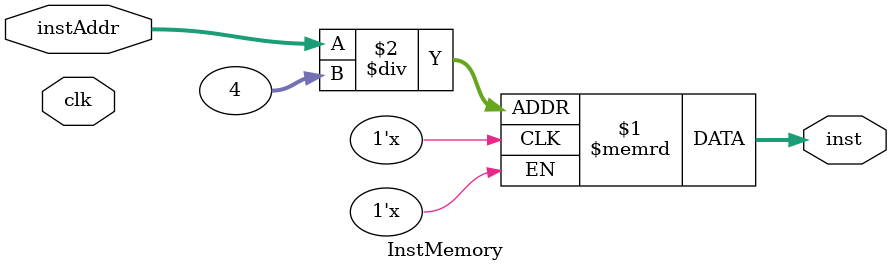
<source format=v>
`timescale 1ns / 1ps


module InstMemory(
    input [31:0] instAddr,
    input clk,
    output [31:0] inst
    );
    reg[31:0] instFile[0:1023];
//    always @(posedge clk)
//        begin
//            inst = instFile[instAddr];
//        end
    assign inst = instFile[instAddr/4];
    //initial $readmemh("inst_data.mem", instFile);
endmodule

</source>
